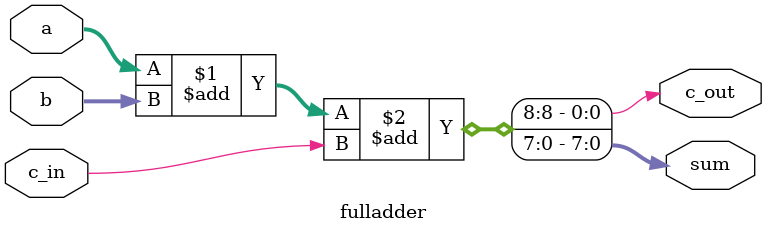
<source format=v>
module fulladder (input [7:0] a,  
                  input [7:0] b,  
                  input c_in,  
                  output c_out,  
                  output [7:0] sum);
   assign {c_out, sum} = a + b + c_in;  
endmodule
</source>
